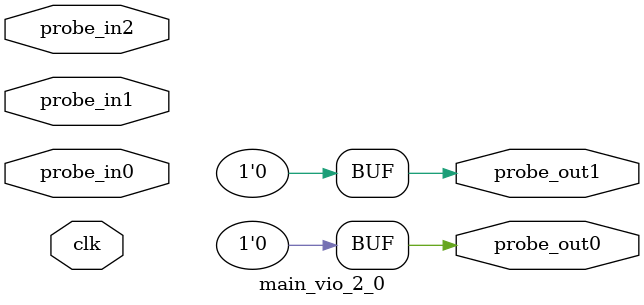
<source format=v>
`timescale 1ns / 1ps
module main_vio_2_0 (
clk,
probe_in0,probe_in1,probe_in2,
probe_out0,
probe_out1
);

input clk;
input [0 : 0] probe_in0;
input [0 : 0] probe_in1;
input [6 : 0] probe_in2;

output reg [0 : 0] probe_out0 = 'h0 ;
output reg [0 : 0] probe_out1 = 'h0 ;


endmodule

</source>
